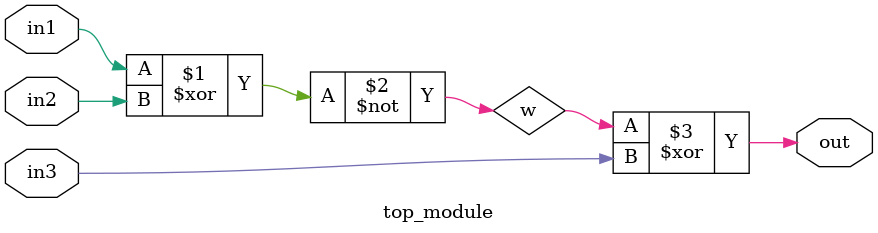
<source format=v>
module top_module (
    input in1,
    input in2,
    input in3,
    output out);
wire w;
    assign w=~(in1^in2);
    assign out=w^in3;
endmodule

</source>
